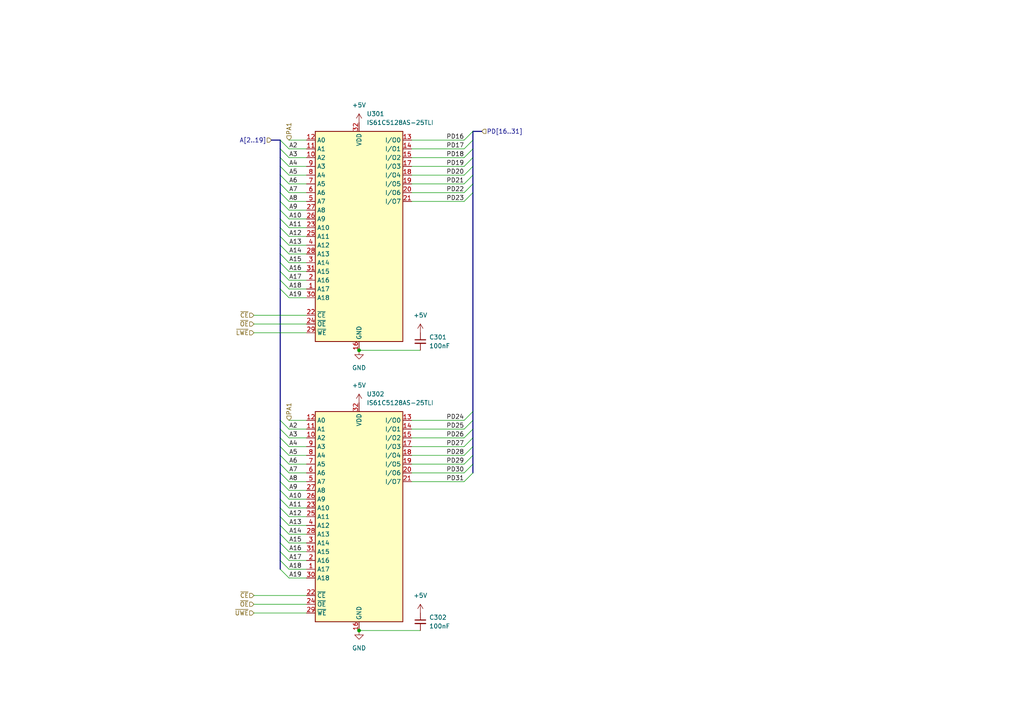
<source format=kicad_sch>
(kicad_sch (version 20230121) (generator eeschema)
  (paper "A4")
  (lib_symbols
    (symbol "Device:C_Small" (pin_numbers hide) (pin_names (offset 0.254) hide)
      (property "Reference" "C" (at 0.254 1.778 0))
      (property "Value" "C_Small" (at 0.254 -2.032 0))
      (symbol "C_Small_0_1"
        (polyline (pts (xy -1.524 -0.508) (xy 1.524 -0.508)) (stroke (width 0.3302)))
        (polyline (pts (xy -1.524 0.508) (xy 1.524 0.508)) (stroke (width 0.3048)))
      )
      (symbol "C_Small_1_1"
        (pin passive line (at 0 2.54 270) (length 2.032) (name "~") (number "1"))
        (pin passive line (at 0 -2.54 90) (length 2.032) (name "~") (number "2"))
      )
    )
    (symbol "Memory_RAM:IS61C5128AS-25TLI"
      (property "Reference" "U" (at -10.16 31.75 0))
      (property "Value" "IS61C5128AS-25TLI" (at 12.7 31.75 0))
      (symbol "IS61C5128AS-25TLI_0_1"
        (rectangle (start -12.7 30.48) (end 12.7 -30.48) (stroke (width 0.254)) (fill (type background)))
      )
      (symbol "IS61C5128AS-25TLI_1_1"
        (pin input line (at -15.24 -15.24 0) (length 2.54) (name "A17") (number "1"))
        (pin input line (at -15.24 22.86 0) (length 2.54) (name "A2") (number "10"))
        (pin input line (at -15.24 25.4 0) (length 2.54) (name "A1") (number "11"))
        (pin input line (at -15.24 27.94 0) (length 2.54) (name "A0") (number "12"))
        (pin bidirectional line (at 15.24 27.94 180) (length 2.54) (name "I/O0") (number "13"))
        (pin bidirectional line (at 15.24 25.4 180) (length 2.54) (name "I/O1") (number "14"))
        (pin bidirectional line (at 15.24 22.86 180) (length 2.54) (name "I/O2") (number "15"))
        (pin power_in line (at 0 -33.02 90) (length 2.54) (name "GND") (number "16"))
        (pin bidirectional line (at 15.24 20.32 180) (length 2.54) (name "I/O3") (number "17"))
        (pin bidirectional line (at 15.24 17.78 180) (length 2.54) (name "I/O4") (number "18"))
        (pin bidirectional line (at 15.24 15.24 180) (length 2.54) (name "I/O5") (number "19"))
        (pin input line (at -15.24 -12.7 0) (length 2.54) (name "A16") (number "2"))
        (pin bidirectional line (at 15.24 12.7 180) (length 2.54) (name "I/O6") (number "20"))
        (pin bidirectional line (at 15.24 10.16 180) (length 2.54) (name "I/O7") (number "21"))
        (pin input line (at -15.24 -22.86 0) (length 2.54) (name "~{CE}") (number "22"))
        (pin input line (at -15.24 2.54 0) (length 2.54) (name "A10") (number "23"))
        (pin input line (at -15.24 -25.4 0) (length 2.54) (name "~{OE}") (number "24"))
        (pin input line (at -15.24 0 0) (length 2.54) (name "A11") (number "25"))
        (pin input line (at -15.24 5.08 0) (length 2.54) (name "A9") (number "26"))
        (pin input line (at -15.24 7.62 0) (length 2.54) (name "A8") (number "27"))
        (pin input line (at -15.24 -5.08 0) (length 2.54) (name "A13") (number "28"))
        (pin input line (at -15.24 -27.94 0) (length 2.54) (name "~{WE}") (number "29"))
        (pin input line (at -15.24 -7.62 0) (length 2.54) (name "A14") (number "3"))
        (pin input line (at -15.24 -17.78 0) (length 2.54) (name "A18") (number "30"))
        (pin input line (at -15.24 -10.16 0) (length 2.54) (name "A15") (number "31"))
        (pin power_in line (at 0 33.02 270) (length 2.54) (name "VDD") (number "32"))
        (pin input line (at -15.24 -2.54 0) (length 2.54) (name "A12") (number "4"))
        (pin input line (at -15.24 10.16 0) (length 2.54) (name "A7") (number "5"))
        (pin input line (at -15.24 12.7 0) (length 2.54) (name "A6") (number "6"))
        (pin input line (at -15.24 15.24 0) (length 2.54) (name "A5") (number "7"))
        (pin input line (at -15.24 17.78 0) (length 2.54) (name "A4") (number "8"))
        (pin input line (at -15.24 20.32 0) (length 2.54) (name "A3") (number "9"))
      )
    )
    (symbol "power:+5V" (power) (pin_names (offset 0))
      (property "Value" "+5V" (at 0 3.556 0))
      (symbol "+5V_0_1"
        (polyline (pts (xy -0.762 1.27) (xy 0 2.54)))
        (polyline (pts (xy 0 0) (xy 0 2.54)))
        (polyline (pts (xy 0 2.54) (xy 0.762 1.27)))
      )
      (symbol "+5V_1_1"
        (pin power_in line (at 0 0 90) (length 0) hide (name "+5V") (number "1"))
      )
    )
    (symbol "power:GND" (power) (pin_names (offset 0))
      (property "Value" "GND" (at 0 -3.81 0))
      (symbol "GND_0_1"
        (polyline (pts (xy 0 0) (xy 0 -1.27) (xy 1.27 -1.27) (xy 0 -2.54) (xy -1.27 -1.27) (xy 0 -1.27)))
      )
      (symbol "GND_1_1"
        (pin power_in line (at 0 0 270) (length 0) hide (name "GND") (number "1"))
      )
    )
  )
  (junction (at 104.14 101.6))
  (junction (at 104.14 182.88))
  (bus_entry (at 134.62 53.34) (size 2.54 -2.54))
  (bus_entry (at 81.28 139.7) (size 2.54 2.54))
  (bus_entry (at 81.28 121.92) (size 2.54 2.54))
  (bus_entry (at 81.28 43.18) (size 2.54 2.54))
  (bus_entry (at 134.62 48.26) (size 2.54 -2.54))
  (bus_entry (at 81.28 60.96) (size 2.54 2.54))
  (bus_entry (at 134.62 55.88) (size 2.54 -2.54))
  (bus_entry (at 81.28 132.08) (size 2.54 2.54))
  (bus_entry (at 81.28 165.1) (size 2.54 2.54))
  (bus_entry (at 81.28 157.48) (size 2.54 2.54))
  (bus_entry (at 81.28 63.5) (size 2.54 2.54))
  (bus_entry (at 81.28 152.4) (size 2.54 2.54))
  (bus_entry (at 81.28 147.32) (size 2.54 2.54))
  (bus_entry (at 81.28 78.74) (size 2.54 2.54))
  (bus_entry (at 81.28 55.88) (size 2.54 2.54))
  (bus_entry (at 81.28 127) (size 2.54 2.54))
  (bus_entry (at 81.28 137.16) (size 2.54 2.54))
  (bus_entry (at 81.28 71.12) (size 2.54 2.54))
  (bus_entry (at 81.28 45.72) (size 2.54 2.54))
  (bus_entry (at 81.28 162.56) (size 2.54 2.54))
  (bus_entry (at 81.28 68.58) (size 2.54 2.54))
  (bus_entry (at 134.62 45.72) (size 2.54 -2.54))
  (bus_entry (at 134.62 121.92) (size 2.54 -2.54))
  (bus_entry (at 81.28 48.26) (size 2.54 2.54))
  (bus_entry (at 134.62 50.8) (size 2.54 -2.54))
  (bus_entry (at 134.62 132.08) (size 2.54 -2.54))
  (bus_entry (at 81.28 50.8) (size 2.54 2.54))
  (bus_entry (at 81.28 81.28) (size 2.54 2.54))
  (bus_entry (at 81.28 40.64) (size 2.54 2.54))
  (bus_entry (at 134.62 127) (size 2.54 -2.54))
  (bus_entry (at 81.28 83.82) (size 2.54 2.54))
  (bus_entry (at 81.28 134.62) (size 2.54 2.54))
  (bus_entry (at 134.62 134.62) (size 2.54 -2.54))
  (bus_entry (at 81.28 124.46) (size 2.54 2.54))
  (bus_entry (at 134.62 139.7) (size 2.54 -2.54))
  (bus_entry (at 134.62 40.64) (size 2.54 -2.54))
  (bus_entry (at 81.28 73.66) (size 2.54 2.54))
  (bus_entry (at 81.28 149.86) (size 2.54 2.54))
  (bus_entry (at 81.28 66.04) (size 2.54 2.54))
  (bus_entry (at 81.28 160.02) (size 2.54 2.54))
  (bus_entry (at 134.62 124.46) (size 2.54 -2.54))
  (bus_entry (at 81.28 76.2) (size 2.54 2.54))
  (bus_entry (at 81.28 53.34) (size 2.54 2.54))
  (bus_entry (at 81.28 144.78) (size 2.54 2.54))
  (bus_entry (at 134.62 58.42) (size 2.54 -2.54))
  (bus_entry (at 81.28 154.94) (size 2.54 2.54))
  (bus_entry (at 134.62 137.16) (size 2.54 -2.54))
  (bus_entry (at 134.62 129.54) (size 2.54 -2.54))
  (bus_entry (at 81.28 58.42) (size 2.54 2.54))
  (bus_entry (at 81.28 142.24) (size 2.54 2.54))
  (bus_entry (at 134.62 43.18) (size 2.54 -2.54))
  (bus_entry (at 81.28 129.54) (size 2.54 2.54))
  (bus (pts (xy 137.16 45.72) (xy 137.16 48.26)))
  (wire (pts (xy 119.38 45.72) (xy 134.62 45.72)))
  (wire (pts (xy 83.82 149.86) (xy 88.9 149.86)))
  (wire (pts (xy 83.82 71.12) (xy 88.9 71.12)))
  (bus (pts (xy 81.28 50.8) (xy 81.28 53.34)))
  (wire (pts (xy 73.66 175.26) (xy 88.9 175.26)))
  (bus (pts (xy 81.28 121.92) (xy 81.28 124.46)))
  (wire (pts (xy 83.82 124.46) (xy 88.9 124.46)))
  (wire (pts (xy 83.82 78.74) (xy 88.9 78.74)))
  (bus (pts (xy 81.28 71.12) (xy 81.28 73.66)))
  (wire (pts (xy 83.82 167.64) (xy 88.9 167.64)))
  (bus (pts (xy 81.28 45.72) (xy 81.28 48.26)))
  (bus (pts (xy 81.28 78.74) (xy 81.28 81.28)))
  (wire (pts (xy 83.82 139.7) (xy 88.9 139.7)))
  (bus (pts (xy 81.28 53.34) (xy 81.28 55.88)))
  (bus (pts (xy 137.16 43.18) (xy 137.16 45.72)))
  (wire (pts (xy 73.66 96.52) (xy 88.9 96.52)))
  (bus (pts (xy 137.16 119.38) (xy 137.16 121.92)))
  (wire (pts (xy 83.82 66.04) (xy 88.9 66.04)))
  (bus (pts (xy 81.28 81.28) (xy 81.28 83.82)))
  (bus (pts (xy 137.16 134.62) (xy 137.16 137.16)))
  (bus (pts (xy 137.16 121.92) (xy 137.16 124.46)))
  (wire (pts (xy 83.82 76.2) (xy 88.9 76.2)))
  (bus (pts (xy 137.16 53.34) (xy 137.16 55.88)))
  (bus (pts (xy 137.16 129.54) (xy 137.16 132.08)))
  (bus (pts (xy 137.16 38.1) (xy 137.16 40.64)))
  (bus (pts (xy 81.28 60.96) (xy 81.28 63.5)))
  (bus (pts (xy 81.28 129.54) (xy 81.28 132.08)))
  (wire (pts (xy 83.82 63.5) (xy 88.9 63.5)))
  (wire (pts (xy 83.82 152.4) (xy 88.9 152.4)))
  (bus (pts (xy 81.28 137.16) (xy 81.28 139.7)))
  (wire (pts (xy 119.38 121.92) (xy 134.62 121.92)))
  (bus (pts (xy 81.28 157.48) (xy 81.28 160.02)))
  (wire (pts (xy 119.38 127) (xy 134.62 127)))
  (bus (pts (xy 81.28 76.2) (xy 81.28 78.74)))
  (wire (pts (xy 119.38 58.42) (xy 134.62 58.42)))
  (wire (pts (xy 119.38 134.62) (xy 134.62 134.62)))
  (bus (pts (xy 81.28 40.64) (xy 81.28 43.18)))
  (wire (pts (xy 104.14 101.6) (xy 121.92 101.6)))
  (wire (pts (xy 83.82 157.48) (xy 88.9 157.48)))
  (bus (pts (xy 81.28 147.32) (xy 81.28 149.86)))
  (wire (pts (xy 83.82 137.16) (xy 88.9 137.16)))
  (bus (pts (xy 81.28 73.66) (xy 81.28 76.2)))
  (wire (pts (xy 119.38 139.7) (xy 134.62 139.7)))
  (wire (pts (xy 83.82 48.26) (xy 88.9 48.26)))
  (bus (pts (xy 81.28 124.46) (xy 81.28 127)))
  (wire (pts (xy 83.82 86.36) (xy 88.9 86.36)))
  (bus (pts (xy 81.28 58.42) (xy 81.28 60.96)))
  (wire (pts (xy 83.82 165.1) (xy 88.9 165.1)))
  (wire (pts (xy 83.82 58.42) (xy 88.9 58.42)))
  (bus (pts (xy 81.28 160.02) (xy 81.28 162.56)))
  (bus (pts (xy 81.28 149.86) (xy 81.28 152.4)))
  (wire (pts (xy 119.38 50.8) (xy 134.62 50.8)))
  (wire (pts (xy 119.38 137.16) (xy 134.62 137.16)))
  (bus (pts (xy 137.16 127) (xy 137.16 129.54)))
  (bus (pts (xy 81.28 139.7) (xy 81.28 142.24)))
  (wire (pts (xy 119.38 53.34) (xy 134.62 53.34)))
  (bus (pts (xy 137.16 124.46) (xy 137.16 127)))
  (bus (pts (xy 81.28 48.26) (xy 81.28 50.8)))
  (bus (pts (xy 81.28 63.5) (xy 81.28 66.04)))
  (wire (pts (xy 119.38 43.18) (xy 134.62 43.18)))
  (bus (pts (xy 81.28 127) (xy 81.28 129.54)))
  (wire (pts (xy 83.82 127) (xy 88.9 127)))
  (bus (pts (xy 81.28 66.04) (xy 81.28 68.58)))
  (bus (pts (xy 81.28 43.18) (xy 81.28 45.72)))
  (wire (pts (xy 119.38 55.88) (xy 134.62 55.88)))
  (wire (pts (xy 83.82 162.56) (xy 88.9 162.56)))
  (wire (pts (xy 73.66 172.72) (xy 88.9 172.72)))
  (bus (pts (xy 81.28 134.62) (xy 81.28 137.16)))
  (wire (pts (xy 83.82 83.82) (xy 88.9 83.82)))
  (wire (pts (xy 83.82 121.92) (xy 88.9 121.92)))
  (bus (pts (xy 137.16 40.64) (xy 137.16 43.18)))
  (wire (pts (xy 83.82 40.64) (xy 88.9 40.64)))
  (bus (pts (xy 137.16 48.26) (xy 137.16 50.8)))
  (wire (pts (xy 83.82 81.28) (xy 88.9 81.28)))
  (bus (pts (xy 81.28 132.08) (xy 81.28 134.62)))
  (bus (pts (xy 139.7 38.1) (xy 137.16 38.1)))
  (wire (pts (xy 83.82 45.72) (xy 88.9 45.72)))
  (wire (pts (xy 83.82 50.8) (xy 88.9 50.8)))
  (wire (pts (xy 83.82 154.94) (xy 88.9 154.94)))
  (wire (pts (xy 83.82 134.62) (xy 88.9 134.62)))
  (wire (pts (xy 73.66 91.44) (xy 88.9 91.44)))
  (bus (pts (xy 81.28 154.94) (xy 81.28 157.48)))
  (wire (pts (xy 83.82 43.18) (xy 88.9 43.18)))
  (wire (pts (xy 104.14 182.88) (xy 121.92 182.88)))
  (bus (pts (xy 81.28 162.56) (xy 81.28 165.1)))
  (wire (pts (xy 83.82 53.34) (xy 88.9 53.34)))
  (wire (pts (xy 83.82 55.88) (xy 88.9 55.88)))
  (bus (pts (xy 81.28 152.4) (xy 81.28 154.94)))
  (bus (pts (xy 81.28 142.24) (xy 81.28 144.78)))
  (wire (pts (xy 83.82 60.96) (xy 88.9 60.96)))
  (wire (pts (xy 119.38 40.64) (xy 134.62 40.64)))
  (wire (pts (xy 83.82 132.08) (xy 88.9 132.08)))
  (wire (pts (xy 83.82 142.24) (xy 88.9 142.24)))
  (bus (pts (xy 137.16 55.88) (xy 137.16 119.38)))
  (wire (pts (xy 119.38 129.54) (xy 134.62 129.54)))
  (wire (pts (xy 83.82 144.78) (xy 88.9 144.78)))
  (wire (pts (xy 73.66 93.98) (xy 88.9 93.98)))
  (wire (pts (xy 119.38 48.26) (xy 134.62 48.26)))
  (wire (pts (xy 119.38 124.46) (xy 134.62 124.46)))
  (bus (pts (xy 137.16 50.8) (xy 137.16 53.34)))
  (bus (pts (xy 78.74 40.64) (xy 81.28 40.64)))
  (wire (pts (xy 83.82 129.54) (xy 88.9 129.54)))
  (wire (pts (xy 83.82 160.02) (xy 88.9 160.02)))
  (wire (pts (xy 83.82 147.32) (xy 88.9 147.32)))
  (wire (pts (xy 83.82 73.66) (xy 88.9 73.66)))
  (bus (pts (xy 81.28 55.88) (xy 81.28 58.42)))
  (wire (pts (xy 119.38 132.08) (xy 134.62 132.08)))
  (bus (pts (xy 81.28 68.58) (xy 81.28 71.12)))
  (bus (pts (xy 81.28 83.82) (xy 81.28 121.92)))
  (wire (pts (xy 73.66 177.8) (xy 88.9 177.8)))
  (bus (pts (xy 137.16 132.08) (xy 137.16 134.62)))
  (wire (pts (xy 83.82 68.58) (xy 88.9 68.58)))
  (bus (pts (xy 81.28 144.78) (xy 81.28 147.32)))
  (label "A3" (at 83.82 45.72 0))
  (label "A11" (at 83.82 66.04 0))
  (label "PD27" (at 134.62 129.54 180))
  (label "PD22" (at 134.62 55.88 180))
  (label "A13" (at 83.82 152.4 0))
  (label "A14" (at 83.82 73.66 0))
  (label "PD30" (at 134.62 137.16 180))
  (label "PD31" (at 134.62 139.7 180))
  (label "PD26" (at 134.62 127 180))
  (label "A7" (at 83.82 55.88 0))
  (label "A18" (at 83.82 165.1 0))
  (label "A17" (at 83.82 162.56 0))
  (label "A16" (at 83.82 160.02 0))
  (label "A7" (at 83.82 137.16 0))
  (label "PD28" (at 134.62 132.08 180))
  (label "A15" (at 83.82 76.2 0))
  (label "PD19" (at 134.62 48.26 180))
  (label "PD25" (at 134.62 124.46 180))
  (label "A4" (at 83.82 129.54 0))
  (label "A12" (at 83.82 68.58 0))
  (label "A3" (at 83.82 127 0))
  (label "A4" (at 83.82 48.26 0))
  (label "A10" (at 83.82 144.78 0))
  (label "A6" (at 83.82 53.34 0))
  (label "PD20" (at 134.62 50.8 180))
  (label "A10" (at 83.82 63.5 0))
  (label "A19" (at 83.82 167.64 0))
  (label "A9" (at 83.82 142.24 0))
  (label "A14" (at 83.82 154.94 0))
  (label "A9" (at 83.82 60.96 0))
  (label "PD17" (at 134.62 43.18 180))
  (label "A11" (at 83.82 147.32 0))
  (label "A16" (at 83.82 78.74 0))
  (label "A5" (at 83.82 132.08 0))
  (label "A15" (at 83.82 157.48 0))
  (label "PD23" (at 134.62 58.42 180))
  (label "PD16" (at 134.62 40.64 180))
  (label "A8" (at 83.82 139.7 0))
  (label "PD29" (at 134.62 134.62 180))
  (label "A5" (at 83.82 50.8 0))
  (label "A6" (at 83.82 134.62 0))
  (label "PD18" (at 134.62 45.72 180))
  (label "A17" (at 83.82 81.28 0))
  (label "A2" (at 83.82 124.46 0))
  (label "A8" (at 83.82 58.42 0))
  (label "A12" (at 83.82 149.86 0))
  (label "A2" (at 83.82 43.18 0))
  (label "PD21" (at 134.62 53.34 180))
  (label "A19" (at 83.82 86.36 0))
  (label "PD24" (at 134.62 121.92 180))
  (label "A13" (at 83.82 71.12 0))
  (label "A18" (at 83.82 83.82 0))
  (hierarchical_label "PA1" (shape input) (at 83.82 40.64 90))
  (hierarchical_label "A[2..19]" (shape input) (at 78.74 40.64 180))
  (hierarchical_label "~{LWE}" (shape input) (at 73.66 96.52 180))
  (hierarchical_label "~{UWE}" (shape input) (at 73.66 177.8 180))
  (hierarchical_label "~{OE}" (shape input) (at 73.66 175.26 180))
  (hierarchical_label "~{CE}" (shape input) (at 73.66 172.72 180))
  (hierarchical_label "~{OE}" (shape input) (at 73.66 93.98 180))
  (hierarchical_label "PA1" (shape input) (at 83.82 121.92 90))
  (hierarchical_label "~{CE}" (shape input) (at 73.66 91.44 180))
  (hierarchical_label "PD[16..31]" (shape input) (at 139.7 38.1 0))
  (symbol (lib_id "Memory_RAM:IS61C5128AS-25TLI") (at 104.14 68.58 0) (unit 1)
    (property "Reference" "U301" (at 106.3341 33.02 0) (effects (justify left)))
    (property "Value" "IS61C5128AS-25TLI" (at 106.3341 35.56 0) (effects (justify left)))
    (property "Footprint" "Package_SO:TSOP-II-32_21.0x10.2mm_P1.27mm" (effects hide))
    (property "Datasheet" "http://www.issi.com/WW/pdf/61-64C5128AL.pdf" (effects hide))
  )
  (symbol (lib_id "power:GND") (at 104.14 182.88 0) (unit 1)
    (property "Reference" "#PWR0304" (effects hide))
    (property "Value" "GND" (at 104.14 187.96 0))
  )
  (symbol (lib_id "power:+5V") (at 121.92 177.8 0) (unit 1)
    (property "Reference" "#PWR0306" (effects hide))
    (property "Value" "+5V" (at 121.92 172.72 0))
  )
  (symbol (lib_id "power:+5V") (at 121.92 96.52 0) (unit 1)
    (property "Reference" "#PWR0305" (effects hide))
    (property "Value" "+5V" (at 121.92 91.44 0))
  )
  (symbol (lib_id "power:+5V") (at 104.14 35.56 0) (unit 1)
    (property "Reference" "#PWR0301" (effects hide))
    (property "Value" "+5V" (at 104.14 30.48 0))
  )
  (symbol (lib_id "power:+5V") (at 104.14 116.84 0) (unit 1)
    (property "Reference" "#PWR0303" (effects hide))
    (property "Value" "+5V" (at 104.14 111.76 0))
  )
  (symbol (lib_id "Device:C_Small") (at 121.92 99.06 0) (unit 1)
    (property "Reference" "C301" (at 124.46 97.7963 0) (effects (justify left)))
    (property "Value" "100nF" (at 124.46 100.3363 0) (effects (justify left)))
    (property "Footprint" "Capacitor_SMD:C_0603_1608Metric" (effects hide))
  )
  (symbol (lib_id "Memory_RAM:IS61C5128AS-25TLI") (at 104.14 149.86 0) (unit 1)
    (property "Reference" "U302" (at 106.3341 114.3 0) (effects (justify left)))
    (property "Value" "IS61C5128AS-25TLI" (at 106.3341 116.84 0) (effects (justify left)))
    (property "Footprint" "Package_SO:TSOP-II-32_21.0x10.2mm_P1.27mm" (effects hide))
    (property "Datasheet" "http://www.issi.com/WW/pdf/61-64C5128AL.pdf" (effects hide))
  )
  (symbol (lib_id "power:GND") (at 104.14 101.6 0) (unit 1)
    (property "Reference" "#PWR0302" (effects hide))
    (property "Value" "GND" (at 104.14 106.68 0))
  )
  (symbol (lib_id "Device:C_Small") (at 121.92 180.34 0) (unit 1)
    (property "Reference" "C302" (at 124.46 179.0763 0) (effects (justify left)))
    (property "Value" "100nF" (at 124.46 181.6163 0) (effects (justify left)))
    (property "Footprint" "Capacitor_SMD:C_0603_1608Metric" (effects hide))
  )
)
</source>
